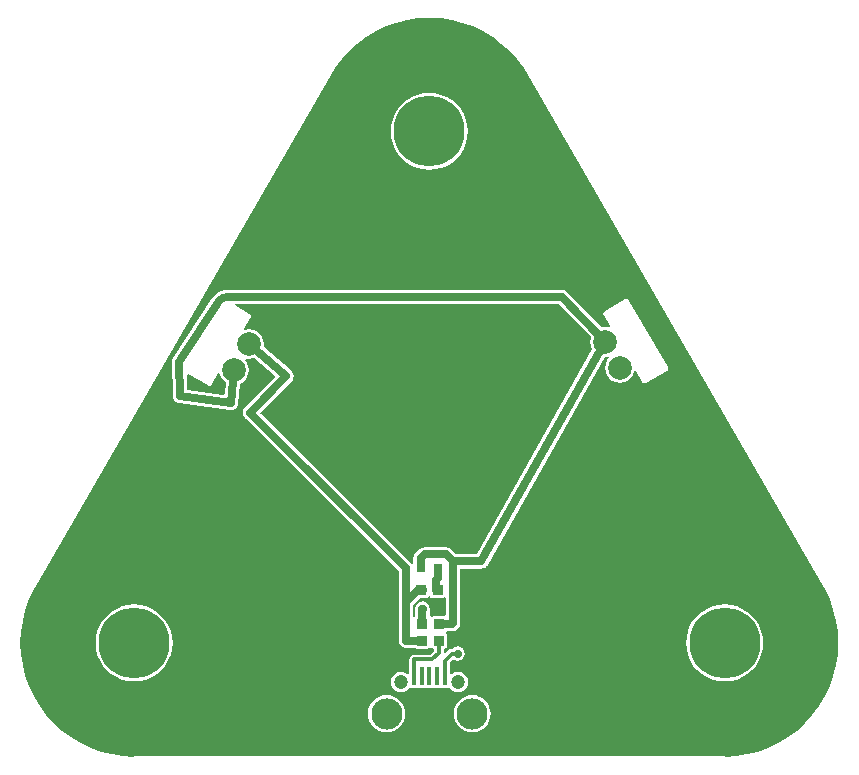
<source format=gtl>
G04 Layer_Physical_Order=1*
G04 Layer_Color=255*
%FSLAX44Y44*%
%MOMM*%
G71*
G01*
G75*
%ADD10C,0.7000*%
%ADD11R,0.8000X0.8000*%
%ADD12R,0.4000X1.6000*%
%ADD13R,0.8500X0.8500*%
%ADD14R,0.8500X0.8500*%
%ADD15C,0.3000*%
%ADD16C,0.7000*%
%ADD17C,6.0000*%
%ADD18C,2.6400*%
%ADD19C,1.2000*%
%ADD20C,2.0000*%
G36*
X403431Y641756D02*
X412771Y640370D01*
X421931Y638076D01*
X430821Y634895D01*
X439357Y630858D01*
X447456Y626003D01*
X455041Y620378D01*
X462037Y614037D01*
X468378Y607041D01*
X474003Y599456D01*
X477239Y594058D01*
X477274Y594078D01*
X727274Y161065D01*
X727239Y161045D01*
X728857Y158345D01*
X732895Y149809D01*
X736076Y140918D01*
X738370Y131759D01*
X739756Y122418D01*
X740219Y112987D01*
X739756Y103556D01*
X738370Y94216D01*
X736076Y85056D01*
X732895Y76166D01*
X728857Y67630D01*
X724003Y59531D01*
X718378Y51947D01*
X712037Y44950D01*
X705041Y38609D01*
X697456Y32984D01*
X689357Y28130D01*
X680821Y24093D01*
X671931Y20912D01*
X662771Y18617D01*
X653431Y17232D01*
X644253Y16781D01*
X644000Y16831D01*
X144000D01*
X143747Y16781D01*
X134569Y17232D01*
X125229Y18617D01*
X116069Y20912D01*
X107179Y24093D01*
X98643Y28130D01*
X90544Y32984D01*
X82959Y38609D01*
X75963Y44950D01*
X69622Y51947D01*
X63997Y59531D01*
X59142Y67630D01*
X55105Y76166D01*
X51924Y85056D01*
X49630Y94216D01*
X48244Y103556D01*
X47781Y112987D01*
X48244Y122418D01*
X49630Y131759D01*
X51924Y140918D01*
X55105Y149809D01*
X59142Y158345D01*
X60761Y161045D01*
X60726Y161065D01*
X310726Y594078D01*
X310761Y594058D01*
X313997Y599456D01*
X319622Y607041D01*
X325963Y614037D01*
X332959Y620378D01*
X340544Y626003D01*
X348643Y630858D01*
X357179Y634895D01*
X366069Y638076D01*
X375229Y640370D01*
X384569Y641756D01*
X394000Y642219D01*
X403431Y641756D01*
D02*
G37*
%LPC*%
G36*
X430250Y68776D02*
X427172Y68473D01*
X424213Y67575D01*
X421485Y66117D01*
X419095Y64155D01*
X417133Y61765D01*
X415675Y59037D01*
X414777Y56078D01*
X414474Y53000D01*
X414777Y49922D01*
X415675Y46963D01*
X417133Y44235D01*
X419095Y41845D01*
X421485Y39883D01*
X424213Y38425D01*
X427172Y37527D01*
X430250Y37224D01*
X433328Y37527D01*
X436287Y38425D01*
X439015Y39883D01*
X441405Y41845D01*
X443367Y44235D01*
X444825Y46963D01*
X445723Y49922D01*
X446026Y53000D01*
X445723Y56078D01*
X444825Y59037D01*
X443367Y61765D01*
X441405Y64155D01*
X439015Y66117D01*
X436287Y67575D01*
X433328Y68473D01*
X430250Y68776D01*
D02*
G37*
G36*
X144000Y145590D02*
X138900Y145189D01*
X133926Y143995D01*
X129200Y142037D01*
X124838Y139364D01*
X120948Y136042D01*
X117626Y132152D01*
X114953Y127790D01*
X112995Y123064D01*
X111801Y118090D01*
X111399Y112990D01*
X111801Y107890D01*
X112995Y102916D01*
X114953Y98190D01*
X117626Y93828D01*
X120948Y89938D01*
X124838Y86616D01*
X129200Y83943D01*
X133926Y81985D01*
X138900Y80791D01*
X144000Y80389D01*
X149100Y80791D01*
X154074Y81985D01*
X158800Y83943D01*
X163162Y86616D01*
X167052Y89938D01*
X170374Y93828D01*
X173047Y98190D01*
X175005Y102916D01*
X176199Y107890D01*
X176600Y112990D01*
X176199Y118090D01*
X175005Y123064D01*
X173047Y127790D01*
X170374Y132152D01*
X167052Y136042D01*
X163162Y139364D01*
X158800Y142037D01*
X154074Y143995D01*
X149100Y145189D01*
X144000Y145590D01*
D02*
G37*
G36*
X644000D02*
X638900Y145189D01*
X633926Y143995D01*
X629200Y142037D01*
X624838Y139364D01*
X620948Y136042D01*
X617626Y132152D01*
X614953Y127790D01*
X612995Y123064D01*
X611801Y118090D01*
X611399Y112990D01*
X611801Y107890D01*
X612995Y102916D01*
X614953Y98190D01*
X617626Y93828D01*
X620948Y89938D01*
X624838Y86616D01*
X629200Y83943D01*
X633926Y81985D01*
X638900Y80791D01*
X644000Y80389D01*
X649100Y80791D01*
X654074Y81985D01*
X658800Y83943D01*
X663162Y86616D01*
X667052Y89938D01*
X670374Y93828D01*
X673047Y98190D01*
X675005Y102916D01*
X676199Y107890D01*
X676600Y112990D01*
X676199Y118090D01*
X675005Y123064D01*
X673047Y127790D01*
X670374Y132152D01*
X667052Y136042D01*
X663162Y139364D01*
X658800Y142037D01*
X654074Y143995D01*
X649100Y145189D01*
X644000Y145590D01*
D02*
G37*
G36*
X394000Y578601D02*
X388900Y578199D01*
X383926Y577005D01*
X379200Y575047D01*
X374838Y572374D01*
X370948Y569052D01*
X367626Y565162D01*
X364953Y560800D01*
X362995Y556074D01*
X361801Y551100D01*
X361399Y546000D01*
X361801Y540900D01*
X362995Y535926D01*
X364953Y531200D01*
X367626Y526838D01*
X370948Y522948D01*
X374838Y519626D01*
X379200Y516953D01*
X383926Y514995D01*
X388900Y513801D01*
X394000Y513400D01*
X399100Y513801D01*
X404074Y514995D01*
X408800Y516953D01*
X413162Y519626D01*
X417052Y522948D01*
X420374Y526838D01*
X423047Y531200D01*
X425005Y535926D01*
X426199Y540900D01*
X426600Y546000D01*
X426199Y551100D01*
X425005Y556074D01*
X423047Y560800D01*
X420374Y565162D01*
X417052Y569052D01*
X413162Y572374D01*
X408800Y575047D01*
X404074Y577005D01*
X399100Y578199D01*
X394000Y578601D01*
D02*
G37*
G36*
X506000Y412118D02*
X224000D01*
X223686Y412055D01*
X220516Y411743D01*
X217166Y410727D01*
X214079Y409076D01*
X212374Y407678D01*
X212272Y407635D01*
X212242Y407610D01*
X212225Y407603D01*
X211350Y406878D01*
X210586Y405946D01*
X210573Y405917D01*
X210554Y405898D01*
X209912Y404915D01*
X176878Y354346D01*
X176626Y353719D01*
X176271Y353145D01*
X176185Y352622D01*
X175988Y352131D01*
X175995Y351456D01*
X175886Y350789D01*
X176886Y321789D01*
X177040Y321134D01*
X177079Y320462D01*
X177311Y319984D01*
X177432Y319466D01*
X177825Y318919D01*
X178118Y318314D01*
X178515Y317960D01*
X178826Y317528D01*
X179398Y317173D01*
X179900Y316726D01*
X180403Y316551D01*
X180855Y316271D01*
X181519Y316162D01*
X182155Y315941D01*
X225155Y309941D01*
X225292Y309949D01*
X225424Y309910D01*
X226479Y310018D01*
X227538Y310079D01*
X227661Y310139D01*
X227798Y310153D01*
X228732Y310656D01*
X229686Y311118D01*
X229778Y311221D01*
X229899Y311286D01*
X230569Y312109D01*
X231274Y312900D01*
X231319Y313030D01*
X231406Y313137D01*
X231710Y314153D01*
X232059Y315155D01*
X232051Y315292D01*
X232090Y315424D01*
X233713Y332569D01*
X234954Y333083D01*
X237565Y335086D01*
X239569Y337697D01*
X240828Y340738D01*
X241258Y344001D01*
X240828Y347265D01*
X239569Y350305D01*
X237772Y352647D01*
X237773Y352649D01*
X238422Y353774D01*
X238424Y353776D01*
X241350Y353391D01*
X244613Y353820D01*
X245681Y354263D01*
X263280Y339251D01*
X263330Y337982D01*
X237674Y312326D01*
X236348Y310341D01*
X235882Y308000D01*
X236348Y305659D01*
X237674Y303674D01*
X367882Y173466D01*
Y148000D01*
Y122000D01*
Y115000D01*
X368348Y112659D01*
X369674Y110674D01*
X371659Y109348D01*
X374000Y108883D01*
X382045D01*
X382775Y108395D01*
X383750Y108201D01*
X392250D01*
X393225Y108395D01*
X394052Y108948D01*
X394292Y109306D01*
X395708D01*
X395948Y108948D01*
X396775Y108395D01*
X397750Y108201D01*
X397922D01*
Y106189D01*
X394811Y103078D01*
X381000D01*
X379439Y102768D01*
X378116Y101884D01*
X377232Y100561D01*
X376922Y99000D01*
Y94389D01*
X376645Y93975D01*
X376451Y93000D01*
Y86973D01*
X375181Y86347D01*
X374037Y87225D01*
X371969Y88081D01*
X369750Y88373D01*
X367531Y88081D01*
X365463Y87225D01*
X363688Y85862D01*
X362325Y84087D01*
X361469Y82019D01*
X361177Y79800D01*
X361469Y77581D01*
X362325Y75513D01*
X363688Y73738D01*
X365463Y72375D01*
X367531Y71519D01*
X369750Y71227D01*
X371969Y71519D01*
X374037Y72375D01*
X375812Y73738D01*
X376939Y75206D01*
X377198Y75198D01*
X378025Y74645D01*
X379000Y74451D01*
X383000D01*
X383975Y74645D01*
X384250Y74829D01*
X384525Y74645D01*
X385500Y74451D01*
X389500D01*
X390475Y74645D01*
X390750Y74829D01*
X391025Y74645D01*
X392000Y74451D01*
X396000D01*
X396975Y74645D01*
X397250Y74829D01*
X397525Y74645D01*
X398500Y74451D01*
X402500D01*
X403475Y74645D01*
X403750Y74829D01*
X404025Y74645D01*
X405000Y74451D01*
X409000D01*
X409975Y74645D01*
X410802Y75198D01*
X411061Y75206D01*
X412188Y73738D01*
X413963Y72375D01*
X416031Y71519D01*
X418250Y71227D01*
X420469Y71519D01*
X422537Y72375D01*
X424312Y73738D01*
X425675Y75513D01*
X426531Y77581D01*
X426823Y79800D01*
X426531Y82019D01*
X425675Y84087D01*
X424312Y85862D01*
X422537Y87225D01*
X420469Y88081D01*
X418250Y88373D01*
X416031Y88081D01*
X413963Y87225D01*
X412819Y86347D01*
X411549Y86973D01*
Y93000D01*
X411355Y93975D01*
X411078Y94389D01*
Y96311D01*
X414134Y99367D01*
X415659Y98348D01*
X418000Y97882D01*
X420341Y98348D01*
X422326Y99674D01*
X423652Y101659D01*
X424118Y104000D01*
X423652Y106341D01*
X422326Y108326D01*
X420341Y109652D01*
X418000Y110118D01*
X415659Y109652D01*
X413674Y108326D01*
X413509Y108078D01*
X413000D01*
X411439Y107768D01*
X410116Y106884D01*
X410116Y106884D01*
X407284Y104052D01*
X406411Y104376D01*
X406078Y104642D01*
Y108201D01*
X406250D01*
X407225Y108395D01*
X408052Y108948D01*
X408605Y109775D01*
X408799Y110750D01*
Y119250D01*
X408605Y120225D01*
X408052Y121052D01*
X408351Y122358D01*
X408892Y122882D01*
X413000D01*
X415341Y123348D01*
X417326Y124674D01*
X418326Y125674D01*
X419652Y127659D01*
X420117Y130000D01*
Y152000D01*
Y175882D01*
X438000D01*
X438818Y176045D01*
X439649Y176109D01*
X439978Y176276D01*
X440341Y176348D01*
X441034Y176811D01*
X441778Y177188D01*
X442019Y177469D01*
X442326Y177674D01*
X442789Y178367D01*
X443332Y179000D01*
X542581Y355400D01*
X542650Y355391D01*
X545576Y355776D01*
X545578Y355774D01*
X546227Y354649D01*
X546228Y354647D01*
X544431Y352305D01*
X543172Y349265D01*
X542742Y346001D01*
X543172Y342738D01*
X544431Y339697D01*
X546435Y337086D01*
X549046Y335083D01*
X552087Y333823D01*
X555350Y333394D01*
X558613Y333823D01*
X561654Y335083D01*
X564265Y337086D01*
X566269Y339697D01*
X567528Y342738D01*
X567557Y342955D01*
X568802Y343203D01*
X574128Y333980D01*
X574783Y333232D01*
X575675Y332792D01*
X576668Y332727D01*
X577610Y333047D01*
X577610Y333047D01*
X594930Y343047D01*
X595678Y343703D01*
X596118Y344594D01*
X596183Y345587D01*
X595863Y346529D01*
X563363Y402820D01*
X562707Y403568D01*
X561815Y404008D01*
X560823Y404073D01*
X559881Y403753D01*
X559881Y403753D01*
X542561Y393753D01*
X541813Y393097D01*
X541373Y392206D01*
X541308Y391213D01*
X541628Y390271D01*
X546953Y381048D01*
X546115Y380093D01*
X545913Y380177D01*
X542650Y380606D01*
X539402Y380179D01*
X510403Y410247D01*
X510357Y410279D01*
X510326Y410326D01*
X509379Y410959D01*
X508443Y411609D01*
X508388Y411621D01*
X508341Y411652D01*
X507223Y411874D01*
X506111Y412117D01*
X506055Y412107D01*
X506000Y412118D01*
D02*
G37*
G36*
X357750Y68776D02*
X354672Y68473D01*
X351713Y67575D01*
X348985Y66117D01*
X346595Y64155D01*
X344633Y61765D01*
X343175Y59037D01*
X342277Y56078D01*
X341974Y53000D01*
X342277Y49922D01*
X343175Y46963D01*
X344633Y44235D01*
X346595Y41845D01*
X348985Y39883D01*
X351713Y38425D01*
X354672Y37527D01*
X357750Y37224D01*
X360828Y37527D01*
X363787Y38425D01*
X366515Y39883D01*
X368905Y41845D01*
X370867Y44235D01*
X372325Y46963D01*
X373223Y49922D01*
X373526Y53000D01*
X373223Y56078D01*
X372325Y59037D01*
X370867Y61765D01*
X368905Y64155D01*
X366515Y66117D01*
X363787Y67575D01*
X360828Y68473D01*
X357750Y68776D01*
D02*
G37*
%LPD*%
G36*
X216443Y340955D02*
X216472Y340738D01*
X217731Y337697D01*
X219735Y335086D01*
X221531Y333708D01*
X220599Y323857D01*
X219602Y323069D01*
X188937Y327348D01*
X188504Y339907D01*
X189749Y340655D01*
X206390Y331047D01*
X206390Y331047D01*
X207332Y330727D01*
X208325Y330792D01*
X209217Y331232D01*
X209872Y331980D01*
X215198Y341203D01*
X216443Y340955D01*
D02*
G37*
G36*
X530632Y371648D02*
X530472Y371262D01*
X530042Y367999D01*
X530472Y364735D01*
X531731Y361695D01*
X531935Y361429D01*
X434423Y188118D01*
X416534D01*
X412326Y192326D01*
X410341Y193652D01*
X408000Y194118D01*
X390000D01*
X387659Y193652D01*
X385674Y192326D01*
X382174Y188826D01*
X380848Y186841D01*
X380382Y184500D01*
Y181331D01*
X380145Y180975D01*
X379978Y180138D01*
X379604Y179944D01*
X378681Y179794D01*
X378326Y180326D01*
X250651Y308000D01*
X277326Y334674D01*
X277462Y334878D01*
X277654Y335030D01*
X278121Y335864D01*
X278652Y336659D01*
X278700Y336899D01*
X278819Y337113D01*
X278931Y338062D01*
X279118Y339000D01*
X279070Y339240D01*
X279098Y339484D01*
X278838Y340403D01*
X278652Y341341D01*
X278516Y341545D01*
X278449Y341781D01*
X277857Y342531D01*
X277326Y343326D01*
X277122Y343462D01*
X276970Y343654D01*
X253637Y363559D01*
X253958Y365999D01*
X253528Y369262D01*
X252269Y372303D01*
X250265Y374914D01*
X247654Y376917D01*
X244613Y378177D01*
X241350Y378606D01*
X238087Y378177D01*
X237885Y378093D01*
X237047Y379048D01*
X242372Y388271D01*
X242692Y389213D01*
X242627Y390205D01*
X242187Y391097D01*
X241439Y391753D01*
X229484Y398656D01*
X229813Y399883D01*
X503401D01*
X530632Y371648D01*
D02*
G37*
G36*
X394948Y151948D02*
X395775Y151395D01*
X396750Y151201D01*
X405250D01*
X406226Y151395D01*
X406613Y151654D01*
X407882Y151078D01*
Y136577D01*
X406612Y135727D01*
X406250Y135799D01*
X397750D01*
X396775Y135605D01*
X395948Y135052D01*
X394642Y135351D01*
X394118Y135892D01*
Y140743D01*
X394367Y142000D01*
X393902Y144341D01*
X392576Y146326D01*
X390591Y147652D01*
X388250Y148118D01*
X385909Y147652D01*
X383924Y146326D01*
X383674Y146076D01*
X382348Y144091D01*
X381882Y141750D01*
Y135254D01*
X381388Y134735D01*
X380118Y135243D01*
Y145466D01*
X385853Y151201D01*
X391250D01*
X392225Y151395D01*
X393052Y151948D01*
X393292Y152306D01*
X394708D01*
X394948Y151948D01*
D02*
G37*
D10*
X224000Y406000D02*
G03*
X215676Y402552I0J-11772D01*
G01*
X414000Y182000D02*
X438000D01*
X374000Y148000D02*
Y176000D01*
X242000Y308000D02*
X374000Y176000D01*
X388000Y141750D02*
X388250Y142000D01*
X374000Y148000D02*
X384000Y158000D01*
X374000Y122000D02*
Y148000D01*
X414000Y152000D02*
Y182000D01*
X408000Y188000D02*
X414000Y182000D01*
X390000Y188000D02*
X408000D01*
X386500Y184500D02*
X390000Y188000D01*
X386500Y176000D02*
Y184500D01*
X401500Y168000D02*
Y176000D01*
X399750Y166250D02*
X401500Y168000D01*
X399750Y158000D02*
Y166250D01*
X402000Y129000D02*
X413000D01*
X414000Y130000D01*
Y152000D01*
X374000Y115000D02*
X388000D01*
X374000D02*
Y122000D01*
X388000Y127750D02*
Y141750D01*
X182000Y351000D02*
X183000Y322000D01*
X226000Y316000D01*
X228650Y344002D01*
X241350Y365999D02*
X273000Y339000D01*
X242000Y308000D02*
X273000Y339000D01*
X506000Y406000D02*
X542650Y367999D01*
X438000Y182000D02*
X542650Y367999D01*
X182000Y351000D02*
X215676Y402552D01*
X215676Y402552D01*
X224000Y406000D02*
X506000D01*
X384000Y158000D02*
X388250D01*
D11*
X386500Y176000D02*
D03*
X401500D02*
D03*
D12*
X381000Y85000D02*
D03*
X387500D02*
D03*
X394000D02*
D03*
X400500D02*
D03*
X407000D02*
D03*
D13*
X388000Y115000D02*
D03*
Y129000D02*
D03*
X402000D02*
D03*
Y115000D02*
D03*
D14*
X401000Y158000D02*
D03*
X387000D02*
D03*
D15*
X381000Y85000D02*
Y99000D01*
X396500D01*
X402000Y104500D01*
Y115000D01*
X407000Y85000D02*
Y98000D01*
X413000Y104000D01*
X418000D01*
D16*
X388250Y142000D02*
D03*
X418000Y104000D02*
D03*
D17*
X644000Y112990D02*
D03*
X144000D02*
D03*
X394000Y546000D02*
D03*
D18*
X430250Y53000D02*
D03*
X357750D02*
D03*
D19*
X418250Y79800D02*
D03*
X369750D02*
D03*
D20*
X542650Y367999D02*
D03*
X555350Y346002D02*
D03*
X228650Y344002D02*
D03*
X241350Y365999D02*
D03*
M02*

</source>
